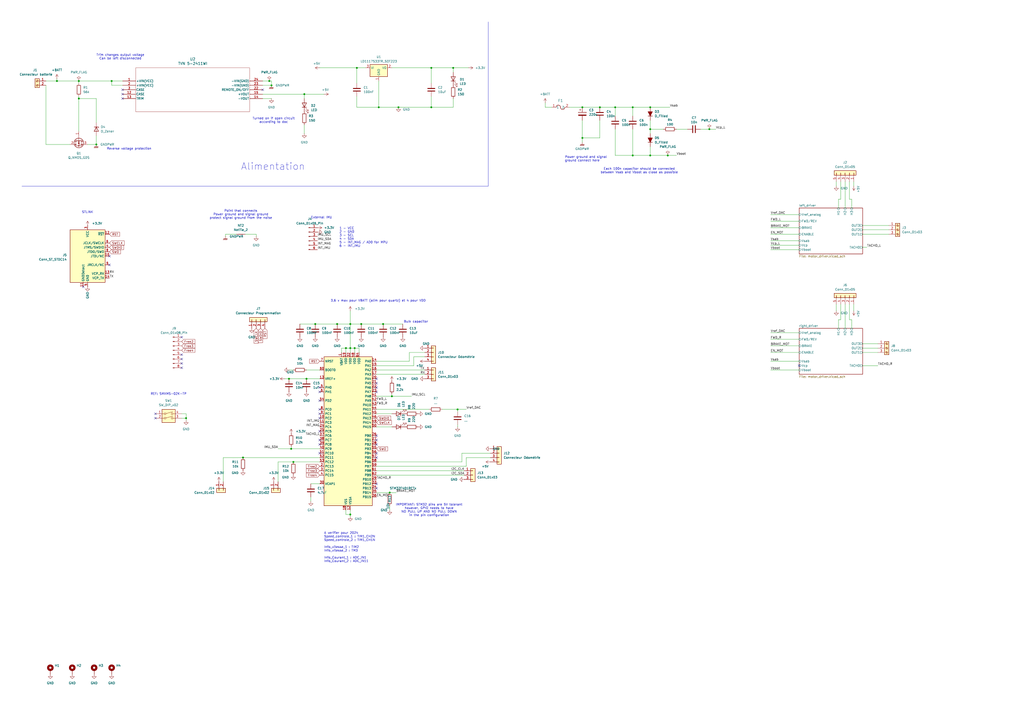
<source format=kicad_sch>
(kicad_sch (version 20231120) (generator "eeschema") (generator_version "8.0")
  (paper "A2")
  (title_block (title "Carte asservissement") (company "Phelma Robotronik"))
  (junction (at 140.97 265.43))
  (junction (at 356.87 62.23))
  (junction (at 45.72 57.15))
  (junction (at 209.55 187.96))
  (junction (at 182.88 187.96))
  (junction (at 203.2 298.45))
  (junction (at 222.25 187.96))
  (junction (at 377.19 74.93))
  (junction (at 203.2 187.96))
  (junction (at 337.82 80.01))
  (junction (at 226.06 285.75))
  (junction (at 231.14 62.23))
  (junction (at 262.89 39.37))
  (junction (at 55.88 83.82))
  (junction (at 337.82 62.23))
  (junction (at 265.43 237.49))
  (junction (at 176.53 54.61))
  (junction (at 45.72 46.99))
  (junction (at 107.95 242.57))
  (junction (at 250.19 39.37))
  (junction (at 207.01 39.37))
  (junction (at 377.19 62.23))
  (junction (at 170.18 267.97))
  (junction (at 167.64 219.71))
  (junction (at 177.8 219.71))
  (junction (at 387.35 90.17))
  (junction (at 411.48 74.93))
  (junction (at 219.71 62.23))
  (junction (at 367.03 90.17))
  (junction (at 347.98 62.23))
  (junction (at 377.19 90.17))
  (junction (at 157.48 49.53))
  (junction (at 33.02 46.99))
  (junction (at 156.21 46.99))
  (junction (at 195.58 187.96))
  (junction (at 250.19 62.23))
  (junction (at 203.2 201.93))
  (junction (at 64.77 46.99))
  (junction (at 168.91 260.35))
  (junction (at 227.33 229.87))
  (junction (at 205.74 201.93))
  (junction (at 367.03 62.23))
  (junction (at 200.66 201.93))
  (no_connect (at 105.41 195.58))
  (no_connect (at 105.41 208.28))
  (no_connect (at 185.42 224.79))
  (no_connect (at 218.44 222.25))
  (no_connect (at 218.44 265.43))
  (no_connect (at 105.41 213.36))
  (no_connect (at 90.17 242.57))
  (no_connect (at 71.12 54.61))
  (no_connect (at 63.5 148.59))
  (no_connect (at 71.12 57.15))
  (no_connect (at 152.4 52.07))
  (no_connect (at 185.42 237.49))
  (no_connect (at 185.42 257.81))
  (no_connect (at 185.42 262.89))
  (no_connect (at 218.44 227.33))
  (no_connect (at 185.42 232.41))
  (no_connect (at 218.44 280.67))
  (no_connect (at 105.41 205.74))
  (no_connect (at 463.55 212.09))
  (no_connect (at 185.42 250.19))
  (no_connect (at 185.42 255.27))
  (no_connect (at 185.42 242.57))
  (no_connect (at 185.42 227.33))
  (no_connect (at 218.44 224.79))
  (no_connect (at 71.12 52.07))
  (no_connect (at 218.44 257.81))
  (no_connect (at 105.41 210.82))
  (no_connect (at 218.44 219.71))
  (no_connect (at 63.5 153.67))
  (no_connect (at 218.44 252.73))
  (no_connect (at 218.44 283.21))
  (no_connect (at 48.26 166.37))
  (no_connect (at 218.44 262.89))
  (no_connect (at 218.44 255.27))
  (no_connect (at 90.17 240.03))
  (no_connect (at 185.42 240.03))
  (wire (pts (xy 447.04 200.66) (xy 463.55 200.66)))
  (wire (pts (xy 170.18 267.97) (xy 161.29 267.97)))
  (wire (pts (xy 246.38 204.47) (xy 237.49 204.47)))
  (wire (pts (xy 195.58 187.96) (xy 203.2 187.96)))
  (wire (pts (xy 218.44 247.65) (xy 227.33 247.65)))
  (wire (pts (xy 486.41 115.57) (xy 486.41 120.65)))
  (wire (pts (xy 180.34 280.67) (xy 185.42 280.67)))
  (wire (pts (xy 140.97 265.43) (xy 129.54 265.43)))
  (wire (pts (xy 347.98 62.23) (xy 356.87 62.23)))
  (wire (pts (xy 337.82 62.23) (xy 347.98 62.23)))
  (wire (pts (xy 392.43 74.93) (xy 398.78 74.93)))
  (wire (pts (xy 447.04 196.85) (xy 463.55 196.85)))
  (wire (pts (xy 148.59 135.89) (xy 148.59 137.16)))
  (wire (pts (xy 367.03 62.23) (xy 377.19 62.23)))
  (wire (pts (xy 447.04 144.78) (xy 463.55 144.78)))
  (wire (pts (xy 500.38 201.93) (xy 509.27 201.93)))
  (wire (pts (xy 492.76 105.41) (xy 492.76 115.57)))
  (wire (pts (xy 337.82 80.01) (xy 347.98 80.01)))
  (wire (pts (xy 492.76 185.42) (xy 494.03 185.42)))
  (wire (pts (xy 337.82 80.01) (xy 337.82 82.55)))
  (wire (pts (xy 227.33 228.6) (xy 227.33 229.87)))
  (wire (pts (xy 447.04 214.63) (xy 463.55 214.63)))
  (wire (pts (xy 262.89 57.15) (xy 262.89 62.23)))
  (wire (pts (xy 238.76 229.87) (xy 227.33 229.87)))
  (wire (pts (xy 367.03 62.23) (xy 367.03 67.31)))
  (wire (pts (xy 367.03 90.17) (xy 377.19 90.17)))
  (wire (pts (xy 377.19 62.23) (xy 388.62 62.23)))
  (wire (pts (xy 226.06 295.91) (xy 226.06 293.37)))
  (wire (pts (xy 152.4 54.61) (xy 176.53 54.61)))
  (wire (pts (xy 227.33 39.37) (xy 250.19 39.37)))
  (wire (pts (xy 129.54 265.43) (xy 129.54 279.4)))
  (wire (pts (xy 55.88 78.74) (xy 55.88 83.82)))
  (wire (pts (xy 200.66 298.45) (xy 203.2 298.45)))
  (wire (pts (xy 176.53 72.39) (xy 176.53 77.47)))
  (wire (pts (xy 377.19 74.93) (xy 377.19 77.47)))
  (wire (pts (xy 200.66 201.93) (xy 203.2 201.93)))
  (wire (pts (xy 200.66 204.47) (xy 200.66 201.93)))
  (wire (pts (xy 246.38 207.01) (xy 240.03 207.01)))
  (polyline (pts (xy 283.21 12.7) (xy 283.21 107.95)))
  (wire (pts (xy 177.8 219.71) (xy 185.42 219.71)))
  (wire (pts (xy 447.04 124.46) (xy 463.55 124.46)))
  (wire (pts (xy 218.44 273.05) (xy 269.24 273.05)))
  (wire (pts (xy 33.02 46.99) (xy 45.72 46.99)))
  (wire (pts (xy 173.99 187.96) (xy 182.88 187.96)))
  (wire (pts (xy 177.8 214.63) (xy 185.42 214.63)))
  (wire (pts (xy 256.54 237.49) (xy 265.43 237.49)))
  (wire (pts (xy 347.98 69.85) (xy 347.98 80.01)))
  (wire (pts (xy 377.19 85.09) (xy 377.19 90.17)))
  (wire (pts (xy 229.87 285.75) (xy 226.06 285.75)))
  (wire (pts (xy 356.87 62.23) (xy 367.03 62.23)))
  (wire (pts (xy 487.68 115.57) (xy 486.41 115.57)))
  (wire (pts (xy 64.77 49.53) (xy 64.77 46.99)))
  (wire (pts (xy 267.97 262.89) (xy 267.97 267.97)))
  (wire (pts (xy 198.12 201.93) (xy 200.66 201.93)))
  (wire (pts (xy 167.64 214.63) (xy 170.18 214.63)))
  (wire (pts (xy 161.29 267.97) (xy 161.29 279.4)))
  (wire (pts (xy 218.44 285.75) (xy 226.06 285.75)))
  (wire (pts (xy 495.3 105.41) (xy 495.3 107.95)))
  (wire (pts (xy 487.68 176.53) (xy 487.68 185.42)))
  (wire (pts (xy 485.14 176.53) (xy 485.14 180.34)))
  (wire (pts (xy 492.76 115.57) (xy 494.03 115.57)))
  (wire (pts (xy 157.48 46.99) (xy 157.48 49.53)))
  (wire (pts (xy 165.1 219.71) (xy 167.64 219.71)))
  (wire (pts (xy 367.03 74.93) (xy 367.03 90.17)))
  (wire (pts (xy 270.51 265.43) (xy 270.51 270.51)))
  (wire (pts (xy 487.68 105.41) (xy 487.68 115.57)))
  (wire (pts (xy 105.41 242.57) (xy 107.95 242.57)))
  (wire (pts (xy 447.04 139.7) (xy 463.55 139.7)))
  (wire (pts (xy 64.77 46.99) (xy 71.12 46.99)))
  (wire (pts (xy 26.67 83.82) (xy 26.67 49.53)))
  (wire (pts (xy 218.44 270.51) (xy 270.51 270.51)))
  (wire (pts (xy 500.38 143.51) (xy 502.92 143.51)))
  (wire (pts (xy 494.03 185.42) (xy 494.03 190.5)))
  (wire (pts (xy 198.12 204.47) (xy 198.12 201.93)))
  (wire (pts (xy 203.2 201.93) (xy 203.2 204.47)))
  (wire (pts (xy 200.66 295.91) (xy 200.66 298.45)))
  (wire (pts (xy 237.49 204.47) (xy 237.49 209.55)))
  (wire (pts (xy 203.2 180.34) (xy 203.2 187.96)))
  (wire (pts (xy 500.38 135.89) (xy 515.62 135.89)))
  (wire (pts (xy 167.64 219.71) (xy 177.8 219.71)))
  (wire (pts (xy 55.88 57.15) (xy 55.88 71.12)))
  (wire (pts (xy 267.97 262.89) (xy 284.48 262.89)))
  (wire (pts (xy 250.19 39.37) (xy 250.19 48.26)))
  (wire (pts (xy 500.38 199.39) (xy 509.27 199.39)))
  (wire (pts (xy 406.4 74.93) (xy 411.48 74.93)))
  (wire (pts (xy 218.44 237.49) (xy 248.92 237.49)))
  (wire (pts (xy 262.89 39.37) (xy 271.78 39.37)))
  (wire (pts (xy 209.55 187.96) (xy 203.2 187.96)))
  (wire (pts (xy 500.38 133.35) (xy 515.62 133.35)))
  (wire (pts (xy 222.25 187.96) (xy 233.68 187.96)))
  (wire (pts (xy 265.43 246.38) (xy 265.43 247.65)))
  (wire (pts (xy 152.4 57.15) (xy 157.48 57.15)))
  (wire (pts (xy 207.01 55.88) (xy 207.01 62.23)))
  (wire (pts (xy 176.53 54.61) (xy 176.53 57.15)))
  (wire (pts (xy 447.04 135.89) (xy 463.55 135.89)))
  (wire (pts (xy 262.89 62.23) (xy 250.19 62.23)))
  (wire (pts (xy 447.04 193.04) (xy 463.55 193.04)))
  (wire (pts (xy 447.04 128.27) (xy 463.55 128.27)))
  (wire (pts (xy 45.72 46.99) (xy 45.72 48.26)))
  (wire (pts (xy 240.03 207.01) (xy 240.03 212.09)))
  (wire (pts (xy 137.16 135.89) (xy 130.81 135.89)))
  (wire (pts (xy 170.18 267.97) (xy 185.42 267.97)))
  (wire (pts (xy 356.87 62.23) (xy 356.87 67.31)))
  (wire (pts (xy 156.21 46.99) (xy 157.48 46.99)))
  (wire (pts (xy 130.81 135.89) (xy 130.81 137.16)))
  (wire (pts (xy 168.91 260.35) (xy 185.42 260.35)))
  (wire (pts (xy 227.33 229.87) (xy 218.44 229.87)))
  (wire (pts (xy 218.44 240.03) (xy 227.33 240.03)))
  (wire (pts (xy 218.44 267.97) (xy 267.97 267.97)))
  (wire (pts (xy 356.87 74.93) (xy 356.87 90.17)))
  (wire (pts (xy 492.76 176.53) (xy 492.76 185.42)))
  (wire (pts (xy 161.29 260.35) (xy 168.91 260.35)))
  (wire (pts (xy 208.28 204.47) (xy 208.28 201.93)))
  (wire (pts (xy 270.51 265.43) (xy 284.48 265.43)))
  (wire (pts (xy 337.82 69.85) (xy 337.82 80.01)))
  (wire (pts (xy 203.2 201.93) (xy 205.74 201.93)))
  (wire (pts (xy 356.87 90.17) (xy 367.03 90.17)))
  (wire (pts (xy 219.71 46.99) (xy 219.71 62.23)))
  (wire (pts (xy 209.55 187.96) (xy 222.25 187.96)))
  (wire (pts (xy 316.23 62.23) (xy 320.04 62.23)))
  (wire (pts (xy 330.2 62.23) (xy 337.82 62.23)))
  (wire (pts (xy 176.53 54.61) (xy 187.96 54.61)))
  (wire (pts (xy 485.14 105.41) (xy 485.14 107.95)))
  (wire (pts (xy 265.43 237.49) (xy 270.51 237.49)))
  (wire (pts (xy 237.49 209.55) (xy 218.44 209.55)))
  (wire (pts (xy 500.38 204.47) (xy 509.27 204.47)))
  (wire (pts (xy 495.3 176.53) (xy 495.3 180.34)))
  (wire (pts (xy 140.97 265.43) (xy 185.42 265.43)))
  (wire (pts (xy 105.41 240.03) (xy 107.95 240.03)))
  (wire (pts (xy 231.14 62.23) (xy 250.19 62.23)))
  (wire (pts (xy 411.48 74.93) (xy 415.29 74.93)))
  (wire (pts (xy 152.4 46.99) (xy 156.21 46.99)))
  (wire (pts (xy 447.04 142.24) (xy 463.55 142.24)))
  (wire (pts (xy 152.4 49.53) (xy 157.48 49.53)))
  (wire (pts (xy 203.2 187.96) (xy 203.2 201.93)))
  (polyline (pts (xy 283.21 107.95) (xy 12.7 107.95)))
  (wire (pts (xy 447.04 204.47) (xy 463.55 204.47)))
  (wire (pts (xy 207.01 62.23) (xy 219.71 62.23)))
  (wire (pts (xy 447.04 132.08) (xy 463.55 132.08)))
  (wire (pts (xy 26.67 46.99) (xy 33.02 46.99)))
  (wire (pts (xy 219.71 62.23) (xy 231.14 62.23)))
  (wire (pts (xy 377.19 90.17) (xy 387.35 90.17)))
  (wire (pts (xy 218.44 214.63) (xy 246.38 214.63)))
  (wire (pts (xy 168.91 259.08) (xy 168.91 260.35)))
  (wire (pts (xy 45.72 57.15) (xy 55.88 57.15)))
  (wire (pts (xy 205.74 204.47) (xy 205.74 201.93)))
  (wire (pts (xy 500.38 130.81) (xy 515.62 130.81)))
  (wire (pts (xy 203.2 295.91) (xy 203.2 298.45)))
  (wire (pts (xy 45.72 55.88) (xy 45.72 57.15)))
  (wire (pts (xy 494.03 115.57) (xy 494.03 120.65)))
  (wire (pts (xy 107.95 240.03) (xy 107.95 242.57)))
  (wire (pts (xy 50.8 83.82) (xy 55.88 83.82)))
  (wire (pts (xy 203.2 298.45) (xy 203.2 299.72)))
  (wire (pts (xy 207.01 39.37) (xy 212.09 39.37)))
  (wire (pts (xy 33.02 45.72) (xy 33.02 46.99)))
  (wire (pts (xy 71.12 49.53) (xy 64.77 49.53)))
  (wire (pts (xy 185.42 39.37) (xy 207.01 39.37)))
  (wire (pts (xy 265.43 237.49) (xy 265.43 238.76)))
  (wire (pts (xy 262.89 39.37) (xy 262.89 41.91)))
  (wire (pts (xy 316.23 59.69) (xy 316.23 62.23)))
  (wire (pts (xy 45.72 57.15) (xy 45.72 76.2)))
  (wire (pts (xy 180.34 288.29) (xy 180.34 290.83)))
  (wire (pts (xy 487.68 185.42) (xy 486.41 185.42)))
  (wire (pts (xy 392.43 90.17) (xy 387.35 90.17)))
  (wire (pts (xy 490.22 176.53) (xy 490.22 190.5)))
  (wire (pts (xy 45.72 46.99) (xy 64.77 46.99)))
  (wire (pts (xy 218.44 217.17) (xy 246.38 217.17)))
  (wire (pts (xy 250.19 55.88) (xy 250.19 62.23)))
  (wire (pts (xy 377.19 69.85) (xy 377.19 74.93)))
  (wire (pts (xy 208.28 201.93) (xy 205.74 201.93)))
  (wire (pts (xy 447.04 209.55) (xy 463.55 209.55)))
  (wire (pts (xy 142.24 135.89) (xy 148.59 135.89)))
  (wire (pts (xy 40.64 83.82) (xy 26.67 83.82)))
  (wire (pts (xy 500.38 212.09) (xy 509.27 212.09)))
  (wire (pts (xy 107.95 242.57) (xy 107.95 243.84)))
  (wire (pts (xy 490.22 105.41) (xy 490.22 120.65)))
  (wire (pts (xy 250.19 39.37) (xy 262.89 39.37)))
  (wire (pts (xy 384.81 74.93) (xy 377.19 74.93)))
  (wire (pts (xy 218.44 275.59) (xy 269.24 275.59)))
  (wire (pts (xy 182.88 187.96) (xy 195.58 187.96)))
  (wire (pts (xy 207.01 39.37) (xy 207.01 48.26)))
  (wire (pts (xy 218.44 212.09) (xy 240.03 212.09)))
  (wire (pts (xy 486.41 185.42) (xy 486.41 190.5)))
  (text "IMPORTANT: STM32 pins are 5V tolerant\nhowever, GPIO needs to have\nNO PULL UP AND NO PULL DOWN\nin the pin configuration" (at 248.92 295.91 0) (effects (font (size 1.27 1.27))))
  (text "Alimentation " (at 139.7 99.06 0) (effects (font (size 4 4)) (justify left bottom)))
  (text "Trim changes output voltage\nCan be left disconnected" (at 69.85 33.02 0) (effects (font (size 1.27 1.27))))
  (text "1 - VCC\n2 - GND\n3 - SCL\n4 - SDA\n5 - INT_MAG / AD0 for MPU\n6 - INT_IMU" (at 196.85 143.51 0) (effects (font (size 1.27 1.27)) (justify left bottom)))
  (text "Reverse voltage protection" (at 74.93 86.36 0) (effects (font (size 1.27 1.27))))
  (text "A verifier pour 2024\nSpeed_controle_1 : TIM1_CH2N\nSpeed_controle_2 : TIM1_CH1N\n\nInfo_vitesse_1 : TIM2\nInfo_vitesse_2 : TM3\n\nInfo_Courant_1 : ADC_IN1\nInfo_Courant_2 : ADC_IN11\n" (at 187.96 326.39 0) (effects (font (size 1.27 1.27)) (justify left bottom)))
  (text "REF: SMXMS-02K-TP" (at 97.79 228.6 0) (effects (font (size 1.27 1.27))))
  (text "Power ground and signal\nground connect here" (at 327.66 93.98 0) (effects (font (size 1.27 1.27)) (justify left bottom)))
  (text "STLINK" (at 50.8 123.19 0) (effects (font (size 1.27 1.27))))
  (text "Each 100n capacitor should be connected\nbetween Vsab and Vboot as close as possible" (at 370.84 99.06 0) (effects (font (size 1.27 1.27))))
  (text "External IMU" (at 180.34 127 0) (effects (font (size 1.27 1.27)) (justify left bottom)))
  (text "Turned on if open circuit\naccording to doc" (at 158.75 69.85 0) (effects (font (size 1.27 1.27))))
  (text "Bulk capacitor" (at 241.3 186.69 0) (effects (font (size 1.27 1.27))))
  (text "Point that connects\nPower ground and signal ground\nprotect signal ground from the noise" (at 139.7 124.46 0) (effects (font (size 1.27 1.27))))
  (text "3,6 v max pour VBATT (alim pour quartz) et 4 pour VDD" (at 191.77 175.26 0) (effects (font (size 1.27 1.27)) (justify left bottom)))
  (label "TACHO_L" (at 502.92 143.51 0))
  (label "INT_IMU" (at 184.15 144.78 0))
  (label "TACHO_R" (at 218.44 278.13 0))
  (label "Vcp_L" (at 447.04 142.24 0))
  (label "Vsab" (at 388.62 62.23 0))
  (label "I2C_SDA" (at 261.62 275.59 0))
  (label "Vref_DAC" (at 270.51 237.49 0))
  (label "INT_MAG" (at 184.15 142.24 0))
  (label "Vsab" (at 447.04 209.55 0))
  (label "RX" (at 243.84 217.17 0))
  (label "EN_MOT" (at 447.04 204.47 0))
  (label "BRAKE_MOT" (at 447.04 200.66 0))
  (label "TX" (at 63.5 161.29 0))
  (label "TACHO_R" (at 509.27 212.09 0))
  (label "IMU_SDA" (at 184.15 139.7 0))
  (label "Vboot" (at 447.04 144.78 0))
  (label "TACHO_L" (at 185.42 252.73 180))
  (label "IMU_SCL" (at 238.76 229.87 0))
  (label "FWD_L" (at 218.44 232.41 0))
  (label "INT_IMU" (at 185.42 245.11 180))
  (label "FWD_R" (at 447.04 196.85 0))
  (label "Vcp_L" (at 415.29 74.93 0))
  (label "FWD_R" (at 218.44 234.95 0))
  (label "TX" (at 243.84 214.63 0))
  (label "EN_MOT" (at 447.04 135.89 0))
  (label "IMU_SDA" (at 161.29 260.35 180))
  (label "I2C_CLK" (at 261.62 273.05 0))
  (label "RX" (at 63.5 158.75 0))
  (label "INT_MAG" (at 185.42 247.65 180))
  (label "IMU_SCL" (at 184.15 137.16 0))
  (label "Vboot" (at 447.04 214.63 0))
  (label "Vsab" (at 447.04 139.7 0))
  (label "Vref_DAC" (at 447.04 124.46 0))
  (label "Vboot" (at 392.43 90.17 0))
  (label "BRAKE_MOT" (at 447.04 132.08 0))
  (label "FWD_L" (at 447.04 128.27 0))
  (label "EN_MOT" (at 218.44 288.29 0))
  (label "Vref_DAC" (at 447.04 193.04 0))
  (label "BRAKE_MOT" (at 229.87 285.75 0))
  (global_label "SWO" (shape input) (at 63.5 146.05 0) (property "Intersheetrefs" "${INTERSHEET_REFS}" (effects (hide yes))))
  (global_label "SWDIO" (shape input) (at 63.5 143.51 0) (property "Intersheetrefs" "${INTERSHEET_REFS}" (effects (hide yes))))
  (global_label "SWCLK" (shape input) (at 148.59 190.5 270) (property "Intersheetrefs" "${INTERSHEET_REFS}" (effects (hide yes))))
  (global_label "SWDIO" (shape input) (at 151.13 190.5 270) (property "Intersheetrefs" "${INTERSHEET_REFS}" (effects (hide yes))))
  (global_label "SWCLK" (shape input) (at 218.44 245.11 0) (property "Intersheetrefs" "${INTERSHEET_REFS}" (effects (hide yes))))
  (global_label "Free3" (shape input) (at 185.42 273.05 180) (property "Intersheetrefs" "${INTERSHEET_REFS}" (effects (hide yes))))
  (global_label "Free4" (shape input) (at 185.42 275.59 180) (property "Intersheetrefs" "${INTERSHEET_REFS}" (effects (hide yes))))
  (global_label "SWCLK" (shape input) (at 63.5 140.97 0) (property "Intersheetrefs" "${INTERSHEET_REFS}" (effects (hide yes))))
  (global_label "SWO" (shape input) (at 218.44 260.35 0) (property "Intersheetrefs" "${INTERSHEET_REFS}" (effects (hide yes))))
  (global_label "Free3" (shape input) (at 105.41 200.66 0) (property "Intersheetrefs" "${INTERSHEET_REFS}" (effects (hide yes))))
  (global_label "SWDIO" (shape input) (at 218.44 242.57 0) (property "Intersheetrefs" "${INTERSHEET_REFS}" (effects (hide yes))))
  (global_label "RST" (shape input) (at 63.5 135.89 0) (property "Intersheetrefs" "${INTERSHEET_REFS}" (effects (hide yes))))
  (global_label "Free2" (shape input) (at 185.42 270.51 180) (property "Intersheetrefs" "${INTERSHEET_REFS}" (effects (hide yes))))
  (global_label "Free2" (shape input) (at 105.41 198.12 0) (property "Intersheetrefs" "${INTERSHEET_REFS}" (effects (hide yes))))
  (global_label "Free4" (shape input) (at 105.41 203.2 0) (property "Intersheetrefs" "${INTERSHEET_REFS}" (effects (hide yes))))
  (global_label "RST" (shape input) (at 185.42 209.55 180) (property "Intersheetrefs" "${INTERSHEET_REFS}" (effects (hide yes))))
  (global_label "RST" (shape input) (at 153.67 190.5 270) (property "Intersheetrefs" "${INTERSHEET_REFS}" (effects (hide yes))))
  (symbol (lib_id "power:+3.3V") (at 203.2 180.34 0) (unit 1)
    (property "Reference" "#PWR020" (effects (hide yes)))
    (property "Value" "+3.3V" (at 205.74 179.0699 0) (effects (justify left)))
    (property "Description" "Power symbol creates a global label with name \"+3.3V\"" (effects (hide yes)))
  )
  (symbol (lib_id "power:GNDPWR") (at 157.48 49.53 0) (unit 1)
    (property "Reference" "#PWR04" (effects (hide yes)))
    (property "Value" "GNDPWR" (at 163.83 49.53 0))
    (property "Description" "Power symbol creates a global label with name \"GNDPWR\" , global ground" (effects (hide yes)))
  )
  (symbol (lib_id "Device:NetTie_2") (at 139.7 135.89 0) (unit 1) (in_bom no)
    (property "Reference" "NT2" (at 139.7 130.81 0))
    (property "Value" "NetTie_2" (at 139.7 133.35 0))
    (property "Footprint" "NetTie:NetTie-2_SMD_Pad0.5mm" (effects (hide yes)))
    (property "Description" "Net tie, 2 pins" (effects (hide yes)))
  )
  (symbol (lib_id "Connector_Generic:Conn_01x03") (at 274.32 275.59 0) (unit 1)
    (property "Reference" "J13" (at 276.86 274.3199 0) (effects (justify left)))
    (property "Value" "Conn_01x03" (at 276.86 276.8599 0) (effects (justify left)))
    (property "Footprint" "Connector_JST:JST_XH_B3B-XH-A_1x03_P2.50mm_Vertical" (effects (hide yes)))
  )
  (symbol (lib_id "Connector:Conn_01x08_Pin") (at 100.33 203.2 0) (unit 1) (exclude_from_sim yes)
    (property "Reference" "J9" (at 100.965 190.5 0))
    (property "Value" "Conn_01x08_Pin" (at 100.965 193.04 0))
    (property "Footprint" "Connector_PinHeader_2.54mm:PinHeader_1x08_P2.54mm_Vertical" (effects (hide yes)))
    (property "Description" "Generic connector, single row, 01x08, script generated" (effects (hide yes)))
  )
  (symbol (lib_id "power:GND") (at 182.88 195.58 0) (unit 1)
    (property "Reference" "#PWR025" (effects (hide yes)))
    (property "Value" "GND" (at 182.88 200.66 0))
    (property "Description" "Power symbol creates a global label with name \"GND\" , ground" (effects (hide yes)))
  )
  (symbol (lib_id "power:GND") (at 242.57 247.65 90) (unit 1)
    (property "Reference" "#PWR040" (effects (hide yes)))
    (property "Value" "GND" (at 246.38 247.6499 90) (effects (justify right)))
    (property "Description" "Power symbol creates a global label with name \"GND\" , ground" (effects (hide yes)))
  )
  (symbol (lib_id "Device:R") (at 45.72 52.07 0) (unit 1)
    (property "Reference" "R1" (at 48.26 50.7999 0) (effects (justify left)))
    (property "Value" "56k" (at 48.26 53.3399 0) (effects (justify left)))
    (property "Footprint" "Resistor_SMD:R_0805_2012Metric_Pad1.20x1.40mm_HandSolder" (effects (hide yes)))
  )
  (symbol (lib_id "Connector_Generic:Conn_01x04") (at 251.46 204.47 0) (unit 1)
    (property "Reference" "J10" (at 254 204.4699 0) (effects (justify left)))
    (property "Value" "Connecteur Odométrie" (at 254 207.0099 0) (effects (justify left)))
    (property "Footprint" "Connector_JST:JST_XH_B4B-XH-A_1x04_P2.50mm_Vertical" (effects (hide yes)))
  )
  (symbol (lib_id "Device:C") (at 402.59 74.93 90) (unit 1)
    (property "Reference" "C7" (at 402.59 68.326 90))
    (property "Value" "10n" (at 402.59 70.866 90))
    (property "Footprint" "Capacitor_SMD:C_0805_2012Metric_Pad1.18x1.45mm_HandSolder" (effects (hide yes)))
  )
  (symbol (lib_id "power:GNDPWR") (at 337.82 82.55 0) (unit 1)
    (property "Reference" "#PWR010" (effects (hide yes)))
    (property "Value" "GNDPWR" (at 337.693 86.36 0))
    (property "Description" "Power symbol creates a global label with name \"GNDPWR\" , global ground" (effects (hide yes)))
  )
  (symbol (lib_id "Device:R") (at 227.33 224.79 180) (unit 1)
    (property "Reference" "R6" (at 229.87 223.5199 0) (effects (justify right)))
    (property "Value" "2.2k" (at 229.87 226.0599 0) (effects (justify right)))
    (property "Footprint" "Resistor_SMD:R_0805_2012Metric_Pad1.20x1.40mm_HandSolder" (effects (hide yes)))
  )
  (symbol (lib_id "Connector_Generic:Conn_01x05") (at 490.22 171.45 270) (mirror x) (unit 1)
    (property "Reference" "J6" (at 490.22 165.354 90))
    (property "Value" "Conn_01x05" (at 490.22 167.894 90))
    (property "Footprint" "Connector_JST:JST_XH_B5B-XH-A_1x05_P2.50mm_Vertical" (effects (hide yes)))
  )
  (symbol (lib_id "Device:R") (at 238.76 247.65 90) (unit 1)
    (property "Reference" "R9" (at 237.4899 245.11 0) (effects (justify left)))
    (property "Value" "220" (at 240.0299 245.11 0) (effects (justify left)))
    (property "Footprint" "Resistor_SMD:R_0805_2012Metric_Pad1.20x1.40mm_HandSolder" (effects (hide yes)))
  )
  (symbol (lib_id "power:+3.3V") (at 165.1 219.71 90) (unit 1)
    (property "Reference" "#PWR033" (effects (hide yes)))
    (property "Value" "+3.3V" (at 156.21 219.71 90) (effects (justify right)))
    (property "Description" "Power symbol creates a global label with name \"+3.3V\"" (effects (hide yes)))
  )
  (symbol (lib_id "Device:D_Filled") (at 377.19 66.04 90) (unit 1)
    (property "Reference" "D3" (at 379.73 64.7699 90) (effects (justify right)))
    (property "Value" "D_Filled" (at 379.73 67.3099 90) (effects (justify right)))
    (property "Footprint" "B170B:DIOM505270X240" (effects (hide yes)))
    (property "Description" "Diode, filled shape" (effects (hide yes)))
    (property "Sim.Device" "D" (effects (hide yes)))
    (property "Sim.Pins" "1=K 2=A" (effects (hide yes)))
  )
  (symbol (lib_id "power:GND") (at 269.24 278.13 270) (unit 1)
    (property "Reference" "#PWR047" (effects (hide yes)))
    (property "Value" "GND" (at 265.43 278.1299 90) (effects (justify right)))
    (property "Description" "Power symbol creates a global label with name \"GND\" , ground" (effects (hide yes)))
  )
  (symbol (lib_id "Device:C") (at 177.8 223.52 0) (unit 1)
    (property "Reference" "C15" (at 181.61 222.2499 0) (effects (justify left)))
    (property "Value" "1uF" (at 181.61 224.7899 0) (effects (justify left)))
    (property "Footprint" "Capacitor_SMD:C_0805_2012Metric_Pad1.18x1.45mm_HandSolder" (effects (hide yes)))
  )
  (symbol (lib_id "power:PWR_FLAG") (at 45.72 46.99 0) (unit 1)
    (property "Reference" "#FLG01" (effects (hide yes)))
    (property "Value" "PWR_FLAG" (at 45.72 41.91 0))
    (property "Description" "Special symbol for telling ERC where power comes from" (effects (hide yes)))
  )
  (symbol (lib_id "power:GND") (at 177.8 227.33 0) (unit 1)
    (property "Reference" "#PWR037" (effects (hide yes)))
    (property "Value" "GND" (at 177.8 232.41 0))
    (property "Description" "Power symbol creates a global label with name \"GND\" , ground" (effects (hide yes)))
  )
  (symbol (lib_id "Device:C") (at 182.88 191.77 0) (unit 1)
    (property "Reference" "C9" (at 186.69 190.4999 0) (effects (justify left)))
    (property "Value" "100nF" (at 186.69 193.0399 0) (effects (justify left)))
    (property "Footprint" "Capacitor_SMD:C_0805_2012Metric_Pad1.18x1.45mm_HandSolder" (effects (hide yes)))
  )
  (symbol (lib_id "power:GND") (at 148.59 137.16 0) (unit 1)
    (property "Reference" "#PWR018" (effects (hide yes)))
    (property "Value" "GND" (at 148.59 142.24 0))
    (property "Description" "Power symbol creates a global label with name \"GND\" , ground" (effects (hide yes)))
  )
  (symbol (lib_id "power:GND") (at 485.14 180.34 0) (unit 1)
    (property "Reference" "#PWR021" (effects (hide yes)))
    (property "Value" "GND" (at 487.68 181.6099 0) (effects (justify left)))
    (property "Description" "Power symbol creates a global label with name \"GND\" , ground" (effects (hide yes)))
  )
  (symbol (lib_id "Device:C") (at 250.19 52.07 0) (unit 1)
    (property "Reference" "C2" (at 254 50.7999 0) (effects (justify left)))
    (property "Value" "10uF" (at 254 53.3399 0) (effects (justify left)))
    (property "Footprint" "Capacitor_SMD:C_0805_2012Metric_Pad1.18x1.45mm_HandSolder" (effects (hide yes)))
    (property "Description" "Unpolarized capacitor" (effects (hide yes)))
  )
  (symbol (lib_id "power:GND") (at 180.34 290.83 0) (unit 1)
    (property "Reference" "#PWR050" (effects (hide yes)))
    (property "Value" "GND" (at 180.34 295.91 0))
    (property "Description" "Power symbol creates a global label with name \"GND\" , ground" (effects (hide yes)))
  )
  (symbol (lib_id "Connector_Generic:Conn_01x04") (at 289.56 262.89 0) (unit 1)
    (property "Reference" "J12" (at 292.1 262.8899 0) (effects (justify left)))
    (property "Value" "Connecteur Odométrie" (at 292.1 265.4299 0) (effects (justify left)))
    (property "Footprint" "Connector_JST:JST_XH_B4B-XH-A_1x04_P2.50mm_Vertical" (effects (hide yes)))
  )
  (symbol (lib_id "power:GND") (at 233.68 195.58 0) (unit 1)
    (property "Reference" "#PWR029" (effects (hide yes)))
    (property "Value" "GND" (at 233.68 200.66 0))
    (property "Description" "Power symbol creates a global label with name \"GND\" , ground" (effects (hide yes)))
  )
  (symbol (lib_id "Device:LED") (at 231.14 247.65 180) (unit 1) (exclude_from_sim yes)
    (property "Reference" "D7" (at 231.4574 243.84 90) (effects (justify right)))
    (property "Value" "LED" (at 233.9974 243.84 90) (effects (justify right)))
    (property "Footprint" "LED_SMD:LED_0805_2012Metric_Pad1.15x1.40mm_HandSolder" (effects (hide yes)))
  )
  (symbol (lib_id "Connector:Screw_Terminal_01x03") (at 514.35 201.93 0) (unit 1)
    (property "Reference" "J8" (at 516.89 200.6599 0) (effects (justify left)))
    (property "Value" "Conn_01x03" (at 516.89 203.1999 0) (effects (justify left)))
    (property "Footprint" "TerminalBlockBend:CUI_TBP02R1-381-03BE" (effects (hide yes)))
    (property "Description" "Generic screw terminal, single row, 01x03, script generated (kicad-library-utils/schlib/autogen/connector/)" (effects (hide yes)))
  )
  (symbol (lib_id "power:+5V") (at 284.48 267.97 90) (unit 1)
    (property "Reference" "#PWR044" (effects (hide yes)))
    (property "Value" "+5V" (at 279.4 270.51 90) (effects (justify right)))
    (property "Description" "Power symbol creates a global label with name \"+5V\"" (effects (hide yes)))
  )
  (symbol (lib_id "power:GND") (at 140.97 273.05 0) (mirror y) (unit 1)
    (property "Reference" "#PWR045" (effects (hide yes)))
    (property "Value" "GND" (at 138.43 274.3199 0) (effects (justify left)))
    (property "Description" "Power symbol creates a global label with name \"GND\" , ground" (effects (hide yes)))
  )
  (symbol (lib_id "Device:C") (at 209.55 191.77 0) (unit 1)
    (property "Reference" "C11" (at 213.36 190.4999 0) (effects (justify left)))
    (property "Value" "100nF" (at 213.36 193.0399 0) (effects (justify left)))
    (property "Footprint" "Capacitor_SMD:C_0805_2012Metric_Pad1.18x1.45mm_HandSolder" (effects (hide yes)))
  )
  (symbol (lib_id "power:PWR_FLAG") (at 156.21 46.99 0) (unit 1)
    (property "Reference" "#FLG02" (effects (hide yes)))
    (property "Value" "PWR_FLAG" (at 156.21 41.91 0))
    (property "Description" "Special symbol for telling ERC where power comes from" (effects (hide yes)))
  )
  (symbol (lib_id "power:+3.3V") (at 50.8 130.81 0) (unit 1)
    (property "Reference" "#PWR014" (effects (hide yes)))
    (property "Value" "+3.3V" (at 53.34 129.5399 0) (effects (justify left)))
    (property "Description" "Power symbol creates a global label with name \"+3.3V\"" (effects (hide yes)))
  )
  (symbol (lib_id "Device:C") (at 356.87 71.12 0) (unit 1)
    (property "Reference" "C5" (at 360.68 69.8499 0) (effects (justify left)))
    (property "Value" "100n" (at 360.68 72.3899 0) (effects (justify left)))
    (property "Footprint" "Capacitor_SMD:C_0805_2012Metric_Pad1.18x1.45mm_HandSolder" (effects (hide yes)))
  )
  (symbol (lib_id "Device:C_Polarized") (at 337.82 66.04 0) (unit 1)
    (property "Reference" "C3" (at 341.63 63.8809 0) (effects (justify left)))
    (property "Value" "220u" (at 341.63 66.4209 0) (effects (justify left)))
    (property "Footprint" "Capacitor_SMD:CP_Elec_10x10.5" (effects (hide yes)))
    (property "Description" "Polarized capacitor" (effects (hide yes)))
  )
  (symbol (lib_id "power:GND") (at 226.06 295.91 0) (unit 1)
    (property "Reference" "#PWR051" (effects (hide yes)))
    (property "Value" "GND" (at 222.758 295.91 0))
    (property "Description" "Power symbol creates a global label with name \"GND\" , ground" (effects (hide yes)))
  )
  (symbol (lib_id "Connector_Generic:Conn_01x04") (at 148.59 185.42 90) (unit 1) (exclude_from_sim yes)
    (property "Reference" "J7" (at 149.86 179.07 90))
    (property "Value" "Connecteur Programmation" (at 149.86 181.61 90))
    (property "Footprint" "Connector_PinHeader_2.54mm:PinHeader_1x04_P2.54mm_Vertical" (effects (hide yes)))
  )
  (symbol (lib_id "power:GND") (at 54.61 391.16 0) (unit 1)
    (property "Reference" "#PWR055" (effects (hide yes)))
    (property "Value" "GND" (at 54.61 396.24 0))
    (property "Description" "Power symbol creates a global label with name \"GND\" , ground" (effects (hide yes)))
  )
  (symbol (lib_id "Device:R") (at 388.62 74.93 90) (unit 1)
    (property "Reference" "R4" (at 388.62 69.596 90))
    (property "Value" "100" (at 388.62 72.136 90))
    (property "Footprint" "Resistor_SMD:R_0805_2012Metric_Pad1.20x1.40mm_HandSolder" (effects (hide yes)))
  )
  (symbol (lib_id "power:GND") (at 167.64 227.33 0) (unit 1)
    (property "Reference" "#PWR036" (effects (hide yes)))
    (property "Value" "GND" (at 167.64 232.41 0))
    (property "Description" "Power symbol creates a global label with name \"GND\" , ground" (effects (hide yes)))
  )
  (symbol (lib_id "Device:C") (at 233.68 191.77 0) (unit 1)
    (property "Reference" "C13" (at 237.49 190.4999 0) (effects (justify left)))
    (property "Value" "10uF" (at 237.49 193.0399 0) (effects (justify left)))
    (property "Footprint" "Capacitor_SMD:C_0805_2012Metric_Pad1.18x1.45mm_HandSolder" (effects (hide yes)))
  )
  (symbol (lib_id "Device:LED") (at 231.14 240.03 180) (unit 1) (exclude_from_sim yes)
    (property "Reference" "D6" (at 231.4574 236.22 90) (effects (justify right)))
    (property "Value" "LED" (at 233.9974 236.22 90) (effects (justify right)))
    (property "Footprint" "LED_SMD:LED_0805_2012Metric_Pad1.15x1.40mm_HandSolder" (effects (hide yes)))
  )
  (symbol (lib_id "power:GND") (at 485.14 107.95 0) (unit 1)
    (property "Reference" "#PWR012" (effects (hide yes)))
    (property "Value" "GND" (at 487.68 109.2199 0) (effects (justify left)))
    (property "Description" "Power symbol creates a global label with name \"GND\" , ground" (effects (hide yes)))
  )
  (symbol (lib_id "power:+5V") (at 495.3 180.34 0) (mirror x) (unit 1)
    (property "Reference" "#PWR022" (effects (hide yes)))
    (property "Value" "+5V" (at 497.84 184.15 90) (effects (justify right)))
    (property "Description" "Power symbol creates a global label with name \"+5V\"" (effects (hide yes)))
  )
  (symbol (lib_id "power:GND") (at 173.99 195.58 0) (unit 1)
    (property "Reference" "#PWR024" (effects (hide yes)))
    (property "Value" "GND" (at 173.99 200.66 0))
    (property "Description" "Power symbol creates a global label with name \"GND\" , ground" (effects (hide yes)))
  )
  (symbol (lib_id "Device:C") (at 195.58 191.77 0) (unit 1)
    (property "Reference" "C10" (at 199.39 190.4999 0) (effects (justify left)))
    (property "Value" "100nF" (at 199.39 193.0399 0) (effects (justify left)))
    (property "Footprint" "Capacitor_SMD:C_0805_2012Metric_Pad1.18x1.45mm_HandSolder" (effects (hide yes)))
  )
  (symbol (lib_id "Regulator_Linear:LD1117S33TR_SOT223") (at 219.71 39.37 0) (unit 1) (exclude_from_sim yes)
    (property "Reference" "U1" (at 219.71 33.02 0))
    (property "Value" "LD1117S33TR_SOT223" (at 219.71 35.56 0))
    (property "Footprint" "Package_TO_SOT_SMD:SOT-223-3_TabPin2" (effects (hide yes)))
    (property "Datasheet" "http://www.st.com/st-web-ui/static/active/en/resource/technical/document/datasheet/CD00000544.pdf" (effects (hide yes)))
    (property "Description" "800mA Fixed Low Drop Positive Voltage Regulator, Fixed Output 3.3V, SOT-223" (effects (hide yes)))
  )
  (symbol (lib_id "power:+5V") (at 187.96 54.61 270) (unit 1)
    (property "Reference" "#PWR05" (effects (hide yes)))
    (property "Value" "+5V" (at 186.69 52.07 90) (effects (justify left)))
    (property "Description" "Power symbol creates a global label with name \"+5V\"" (effects (hide yes)))
  )
  (symbol (lib_id "power:GND") (at 64.77 391.16 0) (unit 1)
    (property "Reference" "#PWR056" (effects (hide yes)))
    (property "Value" "GND" (at 64.77 396.24 0))
    (property "Description" "Power symbol creates a global label with name \"GND\" , ground" (effects (hide yes)))
  )
  (symbol (lib_id "power:GND") (at 170.18 275.59 0) (mirror y) (unit 1)
    (property "Reference" "#PWR046" (effects (hide yes)))
    (property "Value" "GND" (at 167.64 276.8599 0) (effects (justify left)))
    (property "Description" "Power symbol creates a global label with name \"GND\" , ground" (effects (hide yes)))
  )
  (symbol (lib_id "power:GND") (at 231.14 62.23 0) (unit 1)
    (property "Reference" "#PWR08" (effects (hide yes)))
    (property "Value" "GND" (at 233.68 63.4999 0) (effects (justify left)))
    (property "Description" "Power symbol creates a global label with name \"GND\" , ground" (effects (hide yes)))
  )
  (symbol (lib_id "power:PWR_FLAG") (at 411.48 74.93 0) (unit 1)
    (property "Reference" "#FLG03" (effects (hide yes)))
    (property "Value" "PWR_FLAG" (at 411.48 69.85 0))
    (property "Description" "Special symbol for telling ERC where power comes from" (effects (hide yes)))
  )
  (symbol (lib_id "Device:C") (at 173.99 191.77 0) (unit 1)
    (property "Reference" "C8" (at 177.8 190.4999 0) (effects (justify left)))
    (property "Value" "100nF" (at 177.8 193.0399 0) (effects (justify left)))
    (property "Footprint" "Capacitor_SMD:C_0805_2012Metric_Pad1.18x1.45mm_HandSolder" (effects (hide yes)))
  )
  (symbol (lib_id "Device:D_Filled") (at 377.19 81.28 90) (unit 1)
    (property "Reference" "D5" (at 379.73 80.0099 90) (effects (justify right)))
    (property "Value" "D_Filled" (at 379.73 82.5499 90) (effects (justify right)))
    (property "Footprint" "B170B:DIOM505270X240" (effects (hide yes)))
    (property "Description" "Diode, filled shape" (effects (hide yes)))
    (property "Sim.Device" "D" (effects (hide yes)))
    (property "Sim.Pins" "1=K 2=A" (effects (hide yes)))
  )
  (symbol (lib_id "power:GND") (at 107.95 243.84 0) (unit 1)
    (property "Reference" "#PWR039" (effects (hide yes)))
    (property "Value" "GND" (at 107.95 248.92 0))
    (property "Description" "Power symbol creates a global label with name \"GND\" , ground" (effects (hide yes)))
  )
  (symbol (lib_id "Device:R") (at 238.76 240.03 90) (unit 1)
    (property "Reference" "R8" (at 237.4899 237.49 0) (effects (justify left)))
    (property "Value" "220" (at 240.0299 237.49 0) (effects (justify left)))
    (property "Footprint" "Resistor_SMD:R_0805_2012Metric_Pad1.20x1.40mm_HandSolder" (effects (hide yes)))
  )
  (symbol (lib_id "Device:C") (at 167.64 223.52 0) (unit 1)
    (property "Reference" "C14" (at 171.45 222.2499 0) (effects (justify left)))
    (property "Value" "10nF" (at 171.45 224.7899 0) (effects (justify left)))
    (property "Footprint" "Capacitor_SMD:C_0805_2012Metric_Pad1.18x1.45mm_HandSolder" (effects (hide yes)))
  )
  (symbol (lib_id "Mechanical:MountingHole_Pad") (at 29.21 388.62 0) (unit 1) (exclude_from_sim yes)
    (property "Reference" "H1" (at 31.75 386.0799 0) (effects (justify left)))
    (property "Value" "MountingHole_Pad" (effects (hide yes)))
    (property "Footprint" "MountingHole:MountingHole_3.2mm_M3_Pad_Via" (effects (hide yes)))
  )
  (symbol (lib_id "Connector:Conn_ST_STDC14") (at 50.8 148.59 0) (unit 1)
    (property "Reference" "J5" (at 38.735 147.955 0) (effects (justify right)))
    (property "Value" "Conn_ST_STDC14" (at 38.735 150.495 0) (effects (justify right)))
    (property "Footprint" "FTSH-107-01-L-DV-K-A:SAMTEC_FTSH-107-01-L-DV-K-A" (effects (hide yes)))
    (property "Datasheet" "https://www.st.com/content/ccc/resource/technical/document/user_manual/group1/99/49/91/b6/b2/3a/46/e5/DM00526767/files/DM00526767.pdf/jcr:content/translations/en.DM00526767.pdf" (effects (hide yes)))
    (property "Description" "ST Debug Connector, standard ARM Cortex-M SWD and JTAG interface plus UART" (effects (hide yes)))
  )
  (symbol (lib_id "Mechanical:MountingHole_Pad") (at 41.91 388.62 0) (unit 1) (exclude_from_sim yes)
    (property "Reference" "H2" (at 44.45 386.0799 0) (effects (justify left)))
    (property "Value" "MountingHole_Pad" (effects (hide yes)))
    (property "Footprint" "MountingHole:MountingHole_3.2mm_M3_Pad_Via" (effects (hide yes)))
  )
  (symbol (lib_id "Connector_Generic:Conn_01x02") (at 127 284.48 90) (mirror x) (unit 1) (exclude_from_sim yes)
    (property "Reference" "J14" (at 124.46 283.2099 90) (effects (justify left)))
    (property "Value" "Conn_01x02" (at 124.46 285.7499 90) (effects (justify left)))
    (property "Footprint" "Connector_JST:JST_XH_B2B-XH-A_1x02_P2.50mm_Vertical" (effects (hide yes)))
  )
  (symbol (lib_id "TVN-5-2411WI:TVN_5-2411WI") (at 71.12 46.99 0) (unit 1)
    (property "Reference" "U2" (at 111.76 34.29 0) (effects (font (size 1.524 1.524))))
    (property "Value" "TVN 5-2411WI" (at 111.76 36.83 0) (effects (font (size 1.524 1.524))))
    (property "Footprint" "TVN_5WI_SINGLE_TRP:TVN_5WI_SINGLE_TRP" (effects (hide yes)))
    (property "Datasheet" "TVN 5-2411WI" (effects (hide yes)))
  )
  (symbol (lib_id "power:GND") (at 146.05 190.5 0) (unit 1)
    (property "Reference" "#PWR023" (effects (hide yes)))
    (property "Value" "GND" (at 146.05 195.58 0))
    (property "Description" "Power symbol creates a global label with name \"GND\" , ground" (effects (hide yes)))
  )
  (symbol (lib_id "power:+3.3V") (at 127 279.4 0) (mirror y) (unit 1)
    (property "Reference" "#PWR048" (effects (hide yes)))
    (property "Value" "+3.3V" (at 127 274.32 0))
    (property "Description" "Power symbol creates a global label with name \"+3.3V\"" (effects (hide yes)))
  )
  (symbol (lib_id "Mechanical:MountingHole_Pad") (at 54.61 388.62 0) (unit 1) (exclude_from_sim yes)
    (property "Reference" "H3" (at 57.15 386.0799 0) (effects (justify left)))
    (property "Value" "MountingHole_Pad" (effects (hide yes)))
    (property "Footprint" "MountingHole:MountingHole_3.2mm_M3_Pad_Via" (effects (hide yes)))
  )
  (symbol (lib_id "Connector_Generic:Conn_01x05") (at 490.22 100.33 270) (mirror x) (unit 1)
    (property "Reference" "J2" (at 490.22 94.234 90))
    (property "Value" "Conn_01x05" (at 490.22 96.774 90))
    (property "Footprint" "Connector_JST:JST_XH_B5B-XH-A_1x05_P2.50mm_Vertical" (effects (hide yes)))
  )
  (symbol (lib_id "power:GND") (at 222.25 195.58 0) (unit 1)
    (property "Reference" "#PWR028" (effects (hide yes)))
    (property "Value" "GND" (at 222.25 200.66 0))
    (property "Description" "Power symbol creates a global label with name \"GND\" , ground" (effects (hide yes)))
  )
  (symbol (lib_id "power:+BATT") (at 316.23 59.69 0) (unit 1)
    (property "Reference" "#PWR07" (effects (hide yes)))
    (property "Value" "+BATT" (at 316.23 54.61 0))
    (property "Description" "Power symbol creates a global label with name \"+BATT\"" (effects (hide yes)))
  )
  (symbol (lib_id "Mechanical:MountingHole_Pad") (at 64.77 388.62 0) (unit 1) (exclude_from_sim yes)
    (property "Reference" "H4" (at 67.31 386.0799 0) (effects (justify left)))
    (property "Value" "MountingHole_Pad" (effects (hide yes)))
    (property "Footprint" "MountingHole:MountingHole_3.2mm_M3_Pad_Via" (effects (hide yes)))
  )
  (symbol (lib_id "Device:R") (at 173.99 214.63 90) (unit 1)
    (property "Reference" "R5" (at 173.99 208.28 90))
    (property "Value" "10k" (at 173.99 210.82 90))
    (property "Footprint" "Resistor_SMD:R_0805_2012Metric_Pad1.20x1.40mm_HandSolder" (effects (hide yes)))
  )
  (symbol (lib_id "power:GND") (at 242.57 240.03 90) (unit 1)
    (property "Reference" "#PWR038" (effects (hide yes)))
    (property "Value" "GND" (at 246.38 240.0299 90) (effects (justify right)))
    (property "Description" "Power symbol creates a global label with name \"GND\" , ground" (effects (hide yes)))
  )
  (symbol (lib_id "Device:C") (at 222.25 191.77 0) (unit 1)
    (property "Reference" "C12" (at 226.06 190.4999 0) (effects (justify left)))
    (property "Value" "100nF" (at 226.06 193.0399 0) (effects (justify left)))
    (property "Footprint" "Capacitor_SMD:C_0805_2012Metric_Pad1.18x1.45mm_HandSolder" (effects (hide yes)))
  )
  (symbol (lib_id "power:GND") (at 246.38 219.71 270) (unit 1)
    (property "Reference" "#PWR034" (effects (hide yes)))
    (property "Value" "GND" (at 242.57 219.7099 90) (effects (justify right)))
    (property "Description" "Power symbol creates a global label with name \"GND\" , ground" (effects (hide yes)))
  )
  (symbol (lib_id "power:GND") (at 195.58 195.58 0) (unit 1)
    (property "Reference" "#PWR026" (effects (hide yes)))
    (property "Value" "GND" (at 195.58 200.66 0))
    (property "Description" "Power symbol creates a global label with name \"GND\" , ground" (effects (hide yes)))
  )
  (symbol (lib_id "power:+5V") (at 246.38 209.55 90) (unit 1)
    (property "Reference" "#PWR031" (effects (hide yes)))
    (property "Value" "+5V" (at 241.3 212.09 90) (effects (justify right)))
    (property "Description" "Power symbol creates a global label with name \"+5V\"" (effects (hide yes)))
  )
  (symbol (lib_id "power:GND") (at 209.55 195.58 0) (unit 1)
    (property "Reference" "#PWR027" (effects (hide yes)))
    (property "Value" "GND" (at 209.55 200.66 0))
    (property "Description" "Power symbol creates a global label with name \"GND\" , ground" (effects (hide yes)))
  )
  (symbol (lib_id "power:GND") (at 41.91 391.16 0) (unit 1)
    (property "Reference" "#PWR054" (effects (hide yes)))
    (property "Value" "GND" (at 41.91 396.24 0))
    (property "Description" "Power symbol creates a global label with name \"GND\" , ground" (effects (hide yes)))
  )
  (symbol (lib_id "LittleFuse:01550900M") (at 320.04 62.23 0) (unit 1) (exclude_from_sim yes)
    (property "Reference" "F1" (at 325.12 58.42 0) (effects (font (size 1.524 1.524))))
    (property "Value" "01550900M" (effects (hide yes)))
    (property "Footprint" "LittleFuse:FUSE_01550900M_LTF" (effects (hide yes)))
    (property "Datasheet" "01550900M" (effects (hide yes)))
  )
  (symbol (lib_id "power:GND") (at 167.64 214.63 270) (unit 1)
    (property "Reference" "#PWR032" (effects (hide yes)))
    (property "Value" "GND" (at 166.37 215.9 90) (effects (justify left)))
    (property "Description" "Power symbol creates a global label with name \"GND\" , ground" (effects (hide yes)))
  )
  (symbol (lib_id "power:GND") (at 284.48 260.35 270) (unit 1)
    (property "Reference" "#PWR043" (effects (hide yes)))
    (property "Value" "GND" (at 285.75 260.3499 90) (effects (justify left)))
    (property "Description" "Power symbol creates a global label with name \"GND\" , ground" (effects (hide yes)))
  )
  (symbol (lib_id "power:PWR_FLAG") (at 387.35 90.17 0) (unit 1)
    (property "Reference" "#FLG04" (effects (hide yes)))
    (property "Value" "PWR_FLAG" (at 387.35 85.09 0))
    (property "Description" "Special symbol for telling ERC where power comes from" (effects (hide yes)))
  )
  (symbol (lib_name "STM32F401RCTx_1") (lib_id "MCU_ST_STM32F4:STM32F401RCTx") (at 200.66 250.19 0) (unit 1)
    (property "Reference" "U3" (effects (hide yes)))
    (property "Value" "STM32F401RCTx" (at 226.06 283.21 0) (effects (justify left)))
    (property "Footprint" "Package_QFP:LQFP-64_10x10mm_P0.5mm" (effects (hide yes)))
    (property "Datasheet" "https://www.st.com/resource/en/datasheet/stm32f401rc.pdf" (effects (hide yes)))
    (property "Description" "STMicroelectronics Arm Cortex-M4 MCU, 256KB flash, 64KB RAM, 84 MHz, 1.7-3.6V, 50 GPIO, LQFP64" (effects (hide yes)))
  )
  (symbol (lib_id "Connector:Conn_01x06_Pin") (at 179.07 137.16 0) (unit 1)
    (property "Reference" "J4" (at 179.705 127 0))
    (property "Value" "Conn_01x06_Pin" (at 179.705 129.54 0))
    (property "Footprint" "Connector_PinHeader_2.54mm:PinHeader_1x06_P2.54mm_Vertical" (effects (hide yes)))
    (property "Description" "Generic connector, single row, 01x06, script generated" (effects (hide yes)))
  )
  (symbol (lib_id "power:+3.3V") (at 158.75 279.4 0) (mirror y) (unit 1)
    (property "Reference" "#PWR049" (effects (hide yes)))
    (property "Value" "+3.3V" (at 158.75 274.32 0))
    (property "Description" "Power symbol creates a global label with name \"+3.3V\"" (effects (hide yes)))
  )
  (symbol (lib_id "power:+5V") (at 185.42 39.37 90) (unit 1)
    (property "Reference" "#PWR01" (effects (hide yes)))
    (property "Value" "+5V" (at 181.61 36.83 90) (effects (justify right)))
    (property "Description" "Power symbol creates a global label with name \"+5V\"" (effects (hide yes)))
  )
  (symbol (lib_id "power:GND") (at 157.48 57.15 0) (unit 1)
    (property "Reference" "#PWR06" (effects (hide yes)))
    (property "Value" "GND" (at 157.48 62.23 0))
    (property "Description" "Power symbol creates a global label with name \"GND\" , ground" (effects (hide yes)))
  )
  (symbol (lib_id "Device:LED") (at 176.53 60.96 90) (unit 1)
    (property "Reference" "D2" (at 180.34 61.2774 90) (effects (justify right)))
    (property "Value" "LED" (at 180.34 63.8174 90) (effects (justify right)))
    (property "Footprint" "LED_SMD:LED_0805_2012Metric_Pad1.15x1.40mm_HandSolder" (effects (hide yes)))
    (property "Sim.Device" "D" (effects (hide yes)))
    (property "Sim.Pins" "1=A 2=K" (effects (hide yes)))
  )
  (symbol (lib_id "Connector:Screw_Terminal_01x03") (at 520.7 133.35 0) (unit 1)
    (property "Reference" "J3" (at 523.24 132.0799 0) (effects (justify left)))
    (property "Value" "Conn_01x03" (at 523.24 134.6199 0) (effects (justify left)))
    (property "Footprint" "TerminalBlockBend:CUI_TBP02R1-381-03BE" (effects (hide yes)))
    (property "Description" "Generic screw terminal, single row, 01x03, script generated (kicad-library-utils/schlib/autogen/connector/)" (effects (hide yes)))
  )
  (symbol (lib_id "power:GND") (at 265.43 247.65 0) (unit 1)
    (property "Reference" "#PWR041" (effects (hide yes)))
    (property "Value" "GND" (at 265.43 252.73 0))
    (property "Description" "Power symbol creates a global label with name \"GND\" , ground" (effects (hide yes)))
  )
  (symbol (lib_id "power:GNDPWR") (at 55.88 83.82 0) (unit 1)
    (property "Reference" "#PWR011" (effects (hide yes)))
    (property "Value" "GNDPWR" (at 62.23 83.82 0))
    (property "Description" "Power symbol creates a global label with name \"GNDPWR\" , global ground" (effects (hide yes)))
  )
  (symbol (lib_id "power:GND") (at 29.21 391.16 0) (unit 1)
    (property "Reference" "#PWR053" (effects (hide yes)))
    (property "Value" "GND" (at 29.21 396.24 0))
    (property "Description" "Power symbol creates a global label with name \"GND\" , ground" (effects (hide yes)))
  )
  (symbol (lib_id "power:+3.3V") (at 184.15 132.08 270) (unit 1)
    (property "Reference" "#PWR015" (effects (hide yes)))
    (property "Value" "+3.3V" (at 187.96 132.0799 90) (effects (justify left)))
    (property "Description" "Power symbol creates a global label with name \"+3.3V\"" (effects (hide yes)))
  )
  (symbol (lib_id "Device:R") (at 226.06 289.56 180) (unit 1)
    (property "Reference" "R13" (at 226.06 289.433 90))
    (property "Value" "10k" (at 225.044 293.497 90))
    (property "Footprint" "Resistor_SMD:R_0805_2012Metric_Pad1.20x1.40mm_HandSolder" (effects (hide yes)))
  )
  (symbol (lib_id "Connector_Generic:Conn_01x03") (at 251.46 217.17 0) (unit 1)
    (property "Reference" "J11" (at 254 215.8999 0) (effects (justify left)))
    (property "Value" "Conn_01x03" (at 254 218.4399 0) (effects (justify left)))
    (property "Footprint" "Connector_PinHeader_2.54mm:PinHeader_1x03_P2.54mm_Vertical" (effects (hide yes)))
  )
  (symbol (lib_id "Device:C") (at 347.98 66.04 0) (unit 1)
    (property "Reference" "C4" (at 351.79 64.77 0) (effects (justify left)))
    (property "Value" "100n" (at 351.79 67.31 0) (effects (justify left)))
    (property "Footprint" "Capacitor_SMD:C_0805_2012Metric_Pad1.18x1.45mm_HandSolder" (effects (hide yes)))
  )
  (symbol (lib_id "Device:R") (at 252.73 237.49 270) (unit 1)
    (property "Reference" "R7" (at 252.73 231.14 90))
    (property "Value" "..." (at 252.73 233.68 90))
    (property "Footprint" "Resistor_SMD:R_0805_2012Metric_Pad1.20x1.40mm_HandSolder" (effects (hide yes)))
  )
  (symbol (lib_id "power:+5V") (at 495.3 107.95 0) (mirror x) (unit 1)
    (property "Reference" "#PWR013" (effects (hide yes)))
    (property "Value" "+5V" (at 497.84 111.76 90) (effects (justify right)))
    (property "Description" "Power symbol creates a global label with name \"+5V\"" (effects (hide yes)))
  )
  (symbol (lib_id "Device:C") (at 207.01 52.07 0) (unit 1)
    (property "Reference" "C1" (at 210.82 50.7999 0) (effects (justify left)))
    (property "Value" "100nF" (at 210.82 53.3399 0) (effects (justify left)))
    (property "Footprint" "Capacitor_SMD:C_0805_2012Metric_Pad1.18x1.45mm_HandSolder" (effects (hide yes)))
    (property "Description" "Unpolarized capacitor" (effects (hide yes)))
  )
  (symbol (lib_id "power:GND") (at 184.15 134.62 90) (unit 1)
    (property "Reference" "#PWR016" (effects (hide yes)))
    (property "Value" "GND" (at 187.96 134.62 90) (effects (justify right)))
    (property "Description" "Power symbol creates a global label with name \"GND\" , ground" (effects (hide yes)))
  )
  (symbol (lib_id "power:+3.3V") (at 271.78 39.37 270) (unit 1)
    (property "Reference" "#PWR02" (effects (hide yes)))
    (property "Value" "+3.3V" (at 275.59 39.3699 90) (effects (justify left)))
    (property "Description" "Power symbol creates a global label with name \"+3.3V\"" (effects (hide yes)))
  )
  (symbol (lib_id "power:GND") (at 203.2 299.72 0) (unit 1)
    (property "Reference" "#PWR052" (effects (hide yes)))
    (property "Value" "GND" (at 205.74 300.9899 0) (effects (justify left)))
    (property "Description" "Power symbol creates a global label with name \"GND\" , ground" (effects (hide yes)))
  )
  (symbol (lib_id "Connector_Generic:Conn_01x02") (at 158.75 284.48 90) (mirror x) (unit 1) (exclude_from_sim yes)
    (property "Reference" "J15" (at 156.21 283.2099 90) (effects (justify left)))
    (property "Value" "Conn_01x02" (at 156.21 285.7499 90) (effects (justify left)))
    (property "Footprint" "Connector_JST:JST_XH_B2B-XH-A_1x02_P2.50mm_Vertical" (effects (hide yes)))
  )
  (symbol (lib_id "Switch:SW_DIP_x02") (at 97.79 242.57 0) (unit 1)
    (property "Reference" "SW1" (at 97.79 232.41 0))
    (property "Value" "SW_DIP_x02" (at 97.79 234.95 0))
    (property "Footprint" "Button_Switch_SMD:SW_DIP_SPSTx02_Slide_Copal_CHS-02B_W7.62mm_P1.27mm" (effects (hide yes)))
    (property "Description" "2x DIP Switch, Single Pole Single Throw (SPST) switch, small symbol" (effects (hide yes)))
  )
  (symbol (lib_id "Device:R") (at 176.53 68.58 0) (unit 1)
    (property "Reference" "R3" (at 179.07 67.3099 0) (effects (justify left)))
    (property "Value" "150" (at 179.07 69.8499 0) (effects (justify left)))
    (property "Footprint" "Resistor_SMD:R_0805_2012Metric_Pad1.20x1.40mm_HandSolder" (effects (hide yes)))
  )
  (symbol (lib_id "power:+3.3V") (at 227.33 220.98 0) (unit 1)
    (property "Reference" "#PWR035" (effects (hide yes)))
    (property "Value" "+3.3V" (at 229.87 219.7099 0) (effects (justify left)))
    (property "Description" "Power symbol creates a global label with name \"+3.3V\"" (effects (hide yes)))
  )
  (symbol (lib_id "power:+BATT") (at 33.02 45.72 0) (unit 1)
    (property "Reference" "#PWR03" (effects (hide yes)))
    (property "Value" "+BATT" (at 33.02 40.64 0))
    (property "Description" "Power symbol creates a global label with name \"+BATT\"" (effects (hide yes)))
  )
  (symbol (lib_id "Device:R") (at 168.91 255.27 180) (unit 1)
    (property "Reference" "R10" (at 171.45 253.9999 0) (effects (justify right)))
    (property "Value" "2.2k" (at 171.45 256.5399 0) (effects (justify right)))
    (property "Footprint" "Resistor_SMD:R_0805_2012Metric_Pad1.20x1.40mm_HandSolder" (effects (hide yes)))
  )
  (symbol (lib_id "Device:R") (at 170.18 271.78 0) (mirror x) (unit 1)
    (property "Reference" "R12" (at 167.64 270.5099 0) (effects (justify right)))
    (property "Value" "10k" (at 167.64 273.0499 0) (effects (justify right)))
    (property "Footprint" "Resistor_SMD:R_0805_2012Metric_Pad1.20x1.40mm_HandSolder" (effects (hide yes)))
  )
  (symbol (lib_id "Device:LED") (at 262.89 45.72 90) (unit 1)
    (property "Reference" "D1" (at 266.7 46.0374 90) (effects (justify right)))
    (property "Value" "LED" (at 266.7 48.5774 90) (effects (justify right)))
    (property "Footprint" "LED_SMD:LED_0805_2012Metric_Pad1.15x1.40mm_HandSolder" (effects (hide yes)))
    (property "Sim.Device" "D" (effects (hide yes)))
    (property "Sim.Pins" "1=A 2=K" (effects (hide yes)))
  )
  (symbol (lib_id "Device:Q_NMOS_GDS") (at 45.72 81.28 90) (mirror x) (unit 1) (exclude_from_sim yes)
    (property "Reference" "Q1" (at 45.72 88.9 90))
    (property "Value" "Q_NMOS_GDS" (at 45.72 91.44 90))
    (property "Footprint" "Package_TO_SOT_SMD:TO-252-2" (effects (hide yes)))
  )
  (symbol (lib_id "Device:D_Zener") (at 55.88 74.93 270) (unit 1) (exclude_from_sim yes)
    (property "Reference" "D4" (at 58.42 73.6599 90) (effects (justify left)))
    (property "Value" "D_Zener" (at 58.42 76.1999 90) (effects (justify left)))
    (property "Footprint" "Diode_SMD:D_SOD-123" (effects (hide yes)))
  )
  (symbol (lib_id "Device:C") (at 265.43 242.57 0) (unit 1)
    (property "Reference" "C16" (at 269.24 241.2999 0) (effects (justify left)))
    (property "Value" "..." (at 269.24 243.8399 0) (effects (justify left)))
    (property "Footprint" "Capacitor_SMD:C_0805_2012Metric_Pad1.18x1.45mm_HandSolder" (effects (hide yes)))
  )
  (symbol (lib_id "Device:C") (at 180.34 284.48 0) (unit 1)
    (property "Reference" "C17" (at 184.15 283.2099 0) (effects (justify left)))
    (property "Value" "4.7uF" (at 184.15 285.7499 0) (effects (justify left)))
    (property "Footprint" "Capacitor_SMD:C_0805_2012Metric_Pad1.18x1.45mm_HandSolder" (effects (hide yes)))
  )
  (symbol (lib_id "power:GNDPWR") (at 130.81 137.16 0) (unit 1)
    (property "Reference" "#PWR017" (effects (hide yes)))
    (property "Value" "GNDPWR" (at 137.16 137.16 0))
    (property "Description" "Power symbol creates a global label with name \"GNDPWR\" , global ground" (effects (hide yes)))
  )
  (symbol (lib_id "Device:R") (at 140.97 269.24 0) (mirror x) (unit 1)
    (property "Reference" "R11" (at 138.43 267.9699 0) (effects (justify right)))
    (property "Value" "10k" (at 138.43 270.5099 0) (effects (justify right)))
    (property "Footprint" "Resistor_SMD:R_0805_2012Metric_Pad1.20x1.40mm_HandSolder" (effects (hide yes)))
  )
  (symbol (lib_id "power:GND") (at 176.53 77.47 0) (unit 1)
    (property "Reference" "#PWR09" (effects (hide yes)))
    (property "Value" "GND" (at 176.53 82.55 0))
    (property "Description" "Power symbol creates a global label with name \"GND\" , ground" (effects (hide yes)))
  )
  (symbol (lib_id "Device:R") (at 262.89 53.34 0) (unit 1)
    (property "Reference" "R2" (at 265.43 52.0699 0) (effects (justify left)))
    (property "Value" "150" (at 265.43 54.6099 0) (effects (justify left)))
    (property "Footprint" "Resistor_SMD:R_0805_2012Metric_Pad1.20x1.40mm_HandSolder" (effects (hide yes)))
  )
  (symbol (lib_id "power:+3.3V") (at 168.91 251.46 0) (unit 1)
    (property "Reference" "#PWR042" (effects (hide yes)))
    (property "Value" "+3.3V" (at 171.45 250.1899 0) (effects (justify left)))
    (property "Description" "Power symbol creates a global label with name \"+3.3V\"" (effects (hide yes)))
  )
  (symbol (lib_id "power:GND") (at 246.38 201.93 270) (unit 1)
    (property "Reference" "#PWR030" (effects (hide yes)))
    (property "Value" "GND" (at 245.11 199.39 90) (effects (justify left)))
    (property "Description" "Power symbol creates a global label with name \"GND\" , ground" (effects (hide yes)))
  )
  (symbol (lib_id "Device:C") (at 367.03 71.12 0) (unit 1)
    (property "Reference" "C6" (at 370.84 69.8499 0) (effects (justify left)))
    (property "Value" "100n" (at 370.84 72.3899 0) (effects (justify left)))
    (property "Footprint" "Capacitor_SMD:C_0805_2012Metric_Pad1.18x1.45mm_HandSolder" (effects (hide yes)))
  )
  (symbol (lib_id "power:GND") (at 50.8 166.37 0) (unit 1)
    (property "Reference" "#PWR019" (effects (hide yes)))
    (property "Value" "GND" (at 50.8 173.355 90) (effects (justify left)))
    (property "Description" "Power symbol creates a global label with name \"GND\" , ground" (effects (hide yes)))
  )
  (symbol (lib_id "Connector:Screw_Terminal_01x02") (at 21.59 46.99 0) (mirror y) (unit 1)
    (property "Reference" "J1" (at 21.59 40.64 0) (effects (justify left)))
    (property "Value" "Connecteur batterie" (at 30.48 43.18 0) (effects (justify left)))
    (property "Footprint" "TerminalBlockBend:CUI_TBP01R1-508-02BE" (effects (hide yes)))
  )
  (sheet (at 463.55 190.5) (size 36.83 26.67) (stroke (width 0.1524))
    (property "Sheetname" "right_driver" (at 463.55 189.7884 0) (effects (justify left bottom)))
    (property "Sheetfile" "motor_driver.kicad_sch" (at 463.55 217.7546 0) (effects (justify left top)))
    (pin "OUT3" output (at 500.38 199.39 0))
    (pin "OUT2" output (at 500.38 201.93 0))
    (pin "OUT1" output (at 500.38 204.47 0))
    (pin "H1" input (at 486.41 190.5 90))
    (pin "FWD{slash}REV" input (at 463.55 196.85 180))
    (pin "TACHO" output (at 500.38 212.09 0))
    (pin "H2" input (at 490.22 190.5 90))
    (pin "H3" input (at 494.03 190.5 90))
    (pin "BRAKE" input (at 463.55 200.66 180))
    (pin "ENABLE" input (at 463.55 204.47 180))
    (pin "Vcp" input (at 463.55 212.09 180))
    (pin "Vsab" input (at 463.55 209.55 180))
    (pin "Vboot" input (at 463.55 214.63 180))
    (pin "Vref_analog" input (at 463.55 193.04 180))
  )
  (sheet (at 463.55 120.65) (size 36.83 26.67) (stroke (width 0.1524))
    (property "Sheetname" "left_driver" (at 463.55 119.9384 0) (effects (justify left bottom)))
    (property "Sheetfile" "motor_driver.kicad_sch" (at 463.55 147.9046 0) (effects (justify left top)))
    (pin "OUT3" output (at 500.38 130.81 0))
    (pin "OUT2" output (at 500.38 133.35 0))
    (pin "OUT1" output (at 500.38 135.89 0))
    (pin "H1" input (at 486.41 120.65 90))
    (pin "FWD{slash}REV" input (at 463.55 128.27 180))
    (pin "TACHO" output (at 500.38 143.51 0))
    (pin "H2" input (at 490.22 120.65 90))
    (pin "H3" input (at 494.03 120.65 90))
    (pin "BRAKE" input (at 463.55 132.08 180))
    (pin "ENABLE" input (at 463.55 135.89 180))
    (pin "Vcp" input (at 463.55 142.24 180))
    (pin "Vsab" input (at 463.55 139.7 180))
    (pin "Vboot" input (at 463.55 144.78 180))
    (pin "Vref_analog" input (at 463.55 124.46 180))
  )
)
</source>
